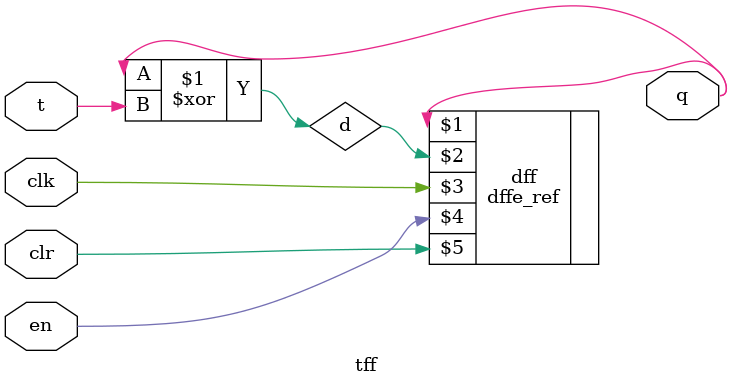
<source format=v>
module tff(t, clk, q, en, clr);

	input t, clk, en, clr;
	output q;
	wire d;
	
	dffe_ref dff(q, d, clk, en, clr);
	
	xor xor1(d, q, t);
	

endmodule
</source>
